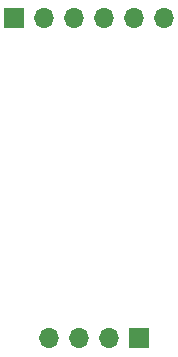
<source format=gbr>
%TF.GenerationSoftware,KiCad,Pcbnew,7.0.10-7.0.10~ubuntu22.04.1*%
%TF.CreationDate,2024-01-27T22:34:07+01:00*%
%TF.ProjectId,pmod_adc12,706d6f64-5f61-4646-9331-322e6b696361,rev?*%
%TF.SameCoordinates,Original*%
%TF.FileFunction,Soldermask,Bot*%
%TF.FilePolarity,Negative*%
%FSLAX46Y46*%
G04 Gerber Fmt 4.6, Leading zero omitted, Abs format (unit mm)*
G04 Created by KiCad (PCBNEW 7.0.10-7.0.10~ubuntu22.04.1) date 2024-01-27 22:34:07*
%MOMM*%
%LPD*%
G01*
G04 APERTURE LIST*
%ADD10R,1.700000X1.700000*%
%ADD11O,1.700000X1.700000*%
G04 APERTURE END LIST*
D10*
%TO.C,J2*%
X114000000Y-71000000D03*
D11*
X111460000Y-71000000D03*
X108920000Y-71000000D03*
X106380000Y-71000000D03*
%TD*%
D10*
%TO.C,J1*%
X103440000Y-43900000D03*
D11*
X105980000Y-43900000D03*
X108520000Y-43900000D03*
X111060000Y-43900000D03*
X113600000Y-43900000D03*
X116140000Y-43900000D03*
%TD*%
M02*

</source>
